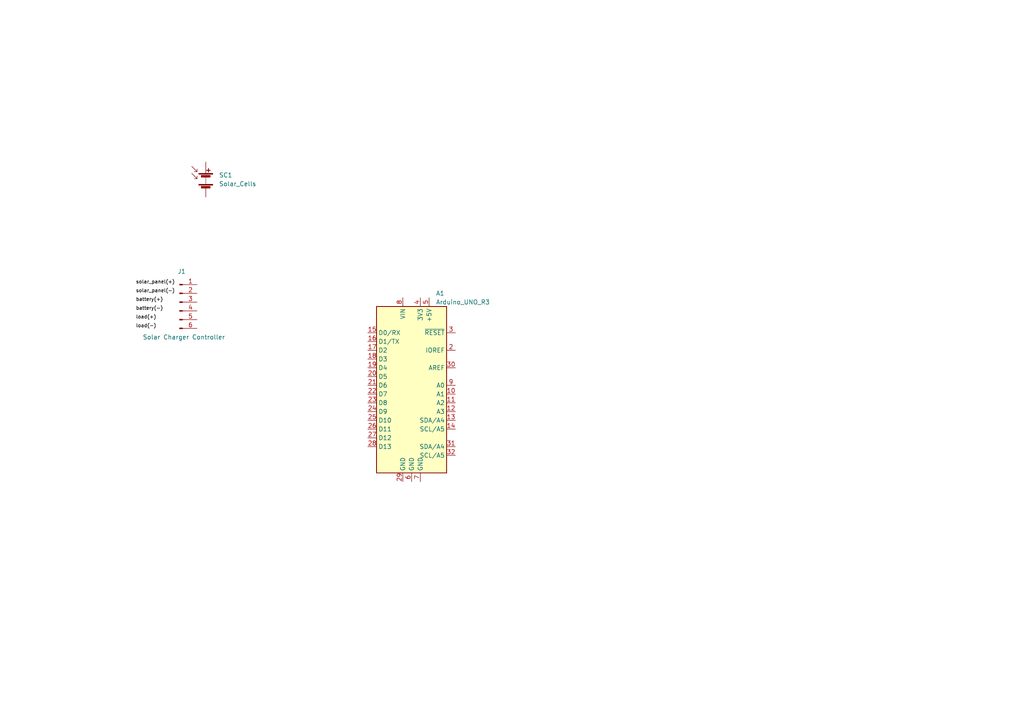
<source format=kicad_sch>
(kicad_sch (version 20230121) (generator eeschema)
  (paper "A4")
  (lib_symbols
    (symbol "Connector:Conn_01x06_Pin" (pin_names (offset 1.016) hide)
      (property "Reference" "J" (at 0 7.62 0))
      (property "Value" "Conn_01x06_Pin" (at 0 -10.16 0))
      (symbol "Conn_01x06_Pin_1_1"
        (polyline (pts (xy 1.27 -7.62) (xy 0.8636 -7.62)) (stroke (width 0.1524)))
        (polyline (pts (xy 1.27 -5.08) (xy 0.8636 -5.08)) (stroke (width 0.1524)))
        (polyline (pts (xy 1.27 -2.54) (xy 0.8636 -2.54)) (stroke (width 0.1524)))
        (polyline (pts (xy 1.27 0) (xy 0.8636 0)) (stroke (width 0.1524)))
        (polyline (pts (xy 1.27 2.54) (xy 0.8636 2.54)) (stroke (width 0.1524)))
        (polyline (pts (xy 1.27 5.08) (xy 0.8636 5.08)) (stroke (width 0.1524)))
        (rectangle (start 0.8636 -7.493) (end 0 -7.747) (stroke (width 0.1524)) (fill (type outline)))
        (rectangle (start 0.8636 -4.953) (end 0 -5.207) (stroke (width 0.1524)) (fill (type outline)))
        (rectangle (start 0.8636 -2.413) (end 0 -2.667) (stroke (width 0.1524)) (fill (type outline)))
        (rectangle (start 0.8636 0.127) (end 0 -0.127) (stroke (width 0.1524)) (fill (type outline)))
        (rectangle (start 0.8636 2.667) (end 0 2.413) (stroke (width 0.1524)) (fill (type outline)))
        (rectangle (start 0.8636 5.207) (end 0 4.953) (stroke (width 0.1524)) (fill (type outline)))
        (pin passive line (at 5.08 5.08 180) (length 3.81) (name "Pin_1") (number "1"))
        (pin passive line (at 5.08 2.54 180) (length 3.81) (name "Pin_2") (number "2"))
        (pin passive line (at 5.08 0 180) (length 3.81) (name "Pin_3") (number "3"))
        (pin passive line (at 5.08 -2.54 180) (length 3.81) (name "Pin_4") (number "4"))
        (pin passive line (at 5.08 -5.08 180) (length 3.81) (name "Pin_5") (number "5"))
        (pin passive line (at 5.08 -7.62 180) (length 3.81) (name "Pin_6") (number "6"))
      )
    )
    (symbol "Device:Solar_Cells" (pin_numbers hide) (pin_names (offset 0) hide)
      (property "Reference" "SC" (at 2.54 2.54 0))
      (property "Value" "Solar_Cells" (at 2.54 0 0))
      (symbol "Solar_Cells_0_1"
        (rectangle (start -2.032 -1.397) (end 2.032 -1.651) (fill (type outline)))
        (rectangle (start -2.032 1.778) (end 2.032 1.524) (fill (type outline)))
        (rectangle (start -1.3208 -1.9812) (end 1.27 -2.4892) (fill (type outline)))
        (rectangle (start -1.3208 1.1938) (end 1.27 0.6858) (fill (type outline)))
        (polyline (pts (xy -2.54 0.254) (xy -4.064 1.778)))
        (polyline (pts (xy -2.54 2.286) (xy -4.064 3.81)))
        (polyline (pts (xy 0 -1.524) (xy 0 -1.27)))
        (polyline (pts (xy 0 -1.016) (xy 0 -0.762)))
        (polyline (pts (xy 0 -0.508) (xy 0 -0.254)))
        (polyline (pts (xy 0 0) (xy 0 0.254)))
        (polyline (pts (xy 0 0.508) (xy 0 0.762)))
        (polyline (pts (xy 0 1.778) (xy 0 2.54)))
        (polyline (pts (xy 0.254 2.667) (xy 1.27 2.667)) (stroke (width 0.254)))
        (polyline (pts (xy 0.762 3.175) (xy 0.762 2.159)) (stroke (width 0.254)))
        (polyline (pts (xy -2.54 1.016) (xy -2.54 0.254) (xy -3.302 0.254)))
        (polyline (pts (xy -2.54 3.048) (xy -2.54 2.286) (xy -3.302 2.286)))
      )
      (symbol "Solar_Cells_1_1"
        (pin passive line (at 0 5.08 270) (length 2.54) (name "+") (number "1"))
        (pin passive line (at 0 -5.08 90) (length 2.54) (name "-") (number "2"))
      )
    )
    (symbol "MCU_Module:Arduino_UNO_R3"
      (property "Reference" "A" (at -10.16 23.495 0))
      (property "Value" "Arduino_UNO_R3" (at 5.08 -26.67 0))
      (symbol "Arduino_UNO_R3_0_1"
        (rectangle (start -10.16 22.86) (end 10.16 -25.4) (stroke (width 0.254)) (fill (type background)))
      )
      (symbol "Arduino_UNO_R3_1_1"
        (pin no_connect line (at -10.16 -20.32 0) (length 2.54) hide (name "NC") (number "1"))
        (pin bidirectional line (at 12.7 -2.54 180) (length 2.54) (name "A1") (number "10"))
        (pin bidirectional line (at 12.7 -5.08 180) (length 2.54) (name "A2") (number "11"))
        (pin bidirectional line (at 12.7 -7.62 180) (length 2.54) (name "A3") (number "12"))
        (pin bidirectional line (at 12.7 -10.16 180) (length 2.54) (name "SDA/A4") (number "13"))
        (pin bidirectional line (at 12.7 -12.7 180) (length 2.54) (name "SCL/A5") (number "14"))
        (pin bidirectional line (at -12.7 15.24 0) (length 2.54) (name "D0/RX") (number "15"))
        (pin bidirectional line (at -12.7 12.7 0) (length 2.54) (name "D1/TX") (number "16"))
        (pin bidirectional line (at -12.7 10.16 0) (length 2.54) (name "D2") (number "17"))
        (pin bidirectional line (at -12.7 7.62 0) (length 2.54) (name "D3") (number "18"))
        (pin bidirectional line (at -12.7 5.08 0) (length 2.54) (name "D4") (number "19"))
        (pin output line (at 12.7 10.16 180) (length 2.54) (name "IOREF") (number "2"))
        (pin bidirectional line (at -12.7 2.54 0) (length 2.54) (name "D5") (number "20"))
        (pin bidirectional line (at -12.7 0 0) (length 2.54) (name "D6") (number "21"))
        (pin bidirectional line (at -12.7 -2.54 0) (length 2.54) (name "D7") (number "22"))
        (pin bidirectional line (at -12.7 -5.08 0) (length 2.54) (name "D8") (number "23"))
        (pin bidirectional line (at -12.7 -7.62 0) (length 2.54) (name "D9") (number "24"))
        (pin bidirectional line (at -12.7 -10.16 0) (length 2.54) (name "D10") (number "25"))
        (pin bidirectional line (at -12.7 -12.7 0) (length 2.54) (name "D11") (number "26"))
        (pin bidirectional line (at -12.7 -15.24 0) (length 2.54) (name "D12") (number "27"))
        (pin bidirectional line (at -12.7 -17.78 0) (length 2.54) (name "D13") (number "28"))
        (pin power_in line (at -2.54 -27.94 90) (length 2.54) (name "GND") (number "29"))
        (pin input line (at 12.7 15.24 180) (length 2.54) (name "~{RESET}") (number "3"))
        (pin input line (at 12.7 5.08 180) (length 2.54) (name "AREF") (number "30"))
        (pin bidirectional line (at 12.7 -17.78 180) (length 2.54) (name "SDA/A4") (number "31"))
        (pin bidirectional line (at 12.7 -20.32 180) (length 2.54) (name "SCL/A5") (number "32"))
        (pin power_out line (at 2.54 25.4 270) (length 2.54) (name "3V3") (number "4"))
        (pin power_out line (at 5.08 25.4 270) (length 2.54) (name "+5V") (number "5"))
        (pin power_in line (at 0 -27.94 90) (length 2.54) (name "GND") (number "6"))
        (pin power_in line (at 2.54 -27.94 90) (length 2.54) (name "GND") (number "7"))
        (pin power_in line (at -2.54 25.4 270) (length 2.54) (name "VIN") (number "8"))
        (pin bidirectional line (at 12.7 0 180) (length 2.54) (name "A0") (number "9"))
      )
    )
  )
  (label "solar_panel(-)" (at 39.37 85.09 0) (effects (font (size 1 1))))
  (label "load(-)" (at 39.37 95.25 0) (effects (font (size 1 1))))
  (label "solar_panel(+)" (at 39.37 82.55 0) (effects (font (size 1 1))))
  (label "load(+)" (at 39.37 92.71 0) (effects (font (size 1 1))))
  (label "battery(+)" (at 39.37 87.63 0) (effects (font (size 1 1))))
  (label "battery(-)" (at 39.37 90.17 0) (effects (font (size 1 1))))
  (symbol (lib_id "Connector:Conn_01x06_Pin") (at 52.07 87.63 0) (unit 1)
    (property "Reference" "J1" (at 52.705 78.74 0))
    (property "Value" "Solar Charger Controller" (at 53.34 97.79 0))
  )
  (symbol (lib_id "Device:Solar_Cells") (at 59.69 52.07 0) (unit 1)
    (property "Reference" "SC1" (at 63.5 50.8 0) (effects (justify left)))
    (property "Value" "Solar_Cells" (at 63.5 53.34 0) (effects (justify left)))
  )
  (symbol (lib_id "MCU_Module:Arduino_UNO_R3") (at 119.38 111.76 0) (unit 1)
    (property "Reference" "A1" (at 126.4159 85.09 0) (effects (justify left)))
    (property "Value" "Arduino_UNO_R3" (at 126.4159 87.63 0) (effects (justify left)))
    (property "Footprint" "Module:Arduino_UNO_R3" (effects hide))
    (property "Datasheet" "https://www.arduino.cc/en/Main/arduinoBoardUno" (effects hide))
  )
)
</source>
